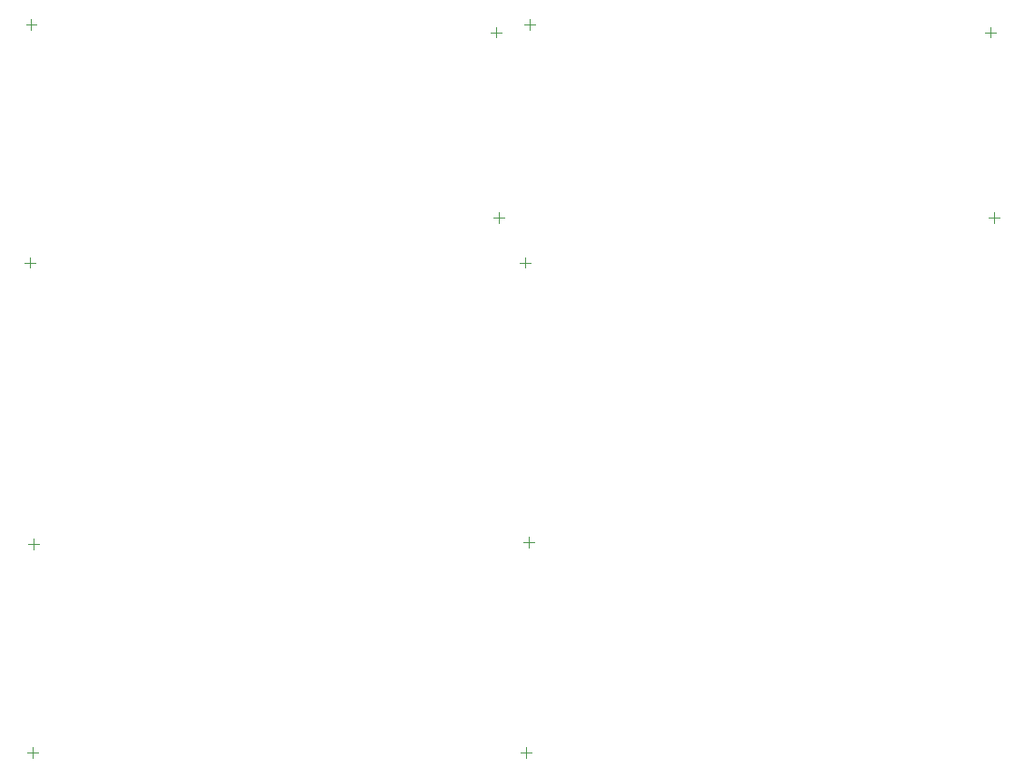
<source format=gbr>
%TF.GenerationSoftware,Altium Limited,Altium Designer,20.0.10 (225)*%
G04 Layer_Color=0*
%FSLAX26Y26*%
%MOIN*%
%TF.FileFunction,Other,Mechanical_16*%
%TF.Part,CustomerPanel*%
G01*
G75*
%TA.AperFunction,NonConductor*%
%ADD27C,0.003937*%
D27*
X3628073Y3468563D02*
X3667443D01*
X3647758Y3488248D02*
Y3448878D01*
X1809176Y3468563D02*
X1848545D01*
X1828861Y3488248D02*
Y3448878D01*
X1948819Y1573244D02*
Y1612614D01*
X1929134Y1592929D02*
X1968504D01*
X130591Y1567008D02*
Y1606378D01*
X110906Y1586693D02*
X150276D01*
X1937008Y2602240D02*
Y2641610D01*
X1917323Y2621925D02*
X1956693D01*
X118110Y2602240D02*
Y2641610D01*
X98425Y2621925D02*
X137795D01*
X3659569Y2766626D02*
Y2805996D01*
X3639884Y2786311D02*
X3679254D01*
X1840929Y2766626D02*
Y2805996D01*
X1821244Y2786311D02*
X1860614D01*
X127953Y839783D02*
Y800413D01*
X108268Y820098D02*
X147638D01*
X1919291D02*
X1958661D01*
X1938976Y839783D02*
Y800413D01*
X1952362Y3476796D02*
Y3516166D01*
X1932677Y3496481D02*
X1972047D01*
X121654Y3476796D02*
Y3516166D01*
X101969Y3496481D02*
X141339D01*
%TF.MD5,7a1b588c3cf900b412cc7dbdc6557312*%
M02*

</source>
